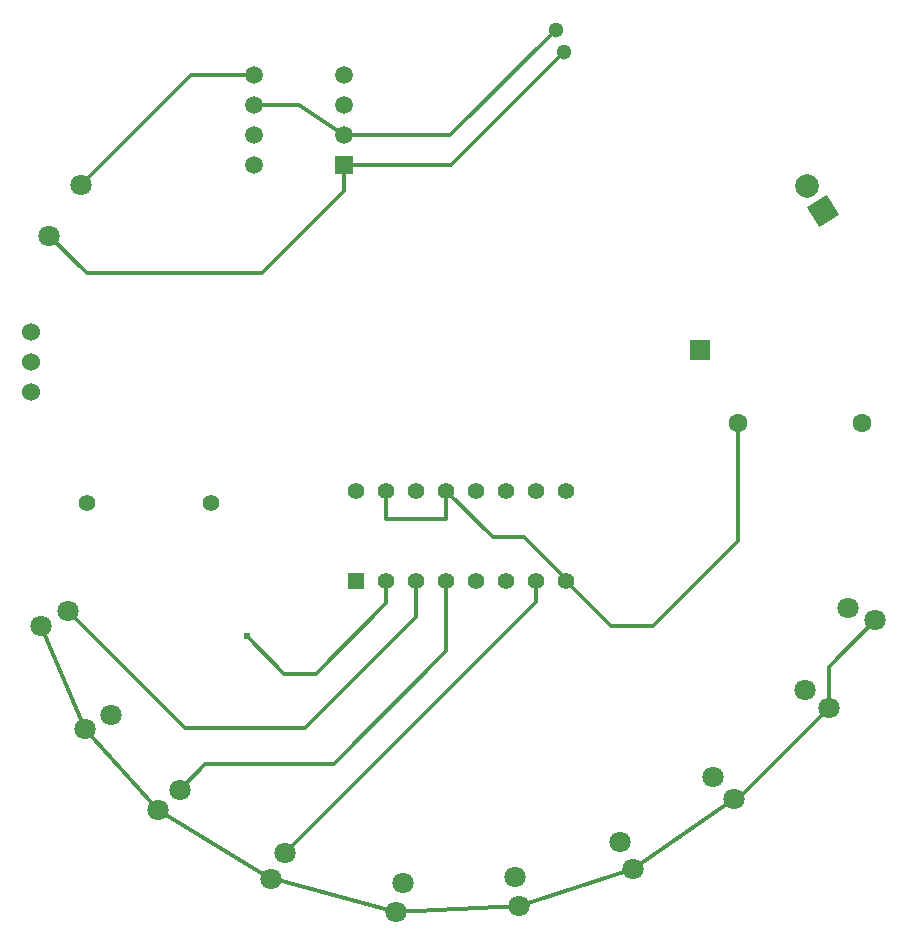
<source format=gbl>
G04 Layer: BottomLayer*
G04 EasyEDA v6.5.51, 2025-10-31 17:05:29*
G04 2c13a8696d224139b0bc35c9be8cf329,69688592e0df400aafdf5843d4e091a6,10*
G04 Gerber Generator version 0.2*
G04 Scale: 100 percent, Rotated: No, Reflected: No *
G04 Dimensions in millimeters *
G04 leading zeros omitted , absolute positions ,4 integer and 5 decimal *
%FSLAX45Y45*%
%MOMM*%

%AMMACRO1*21,1,$1,$2,0,0,$3*%
%ADD10C,0.3000*%
%ADD11C,1.3000*%
%ADD12C,1.8000*%
%ADD13MACRO1,2X2X122.0002*%
%ADD14C,2.0000*%
%ADD15R,1.7000X1.7000*%
%ADD16R,0.0115X1.7000*%
%ADD17C,1.4000*%
%ADD18C,1.6000*%
%ADD19C,1.5240*%
%ADD20R,1.3970X1.3970*%
%ADD21C,1.3970*%
%ADD22R,1.5000X1.5000*%
%ADD23C,1.5000*%
%ADD24C,0.6200*%

%LPD*%
D10*
X965200Y5308594D02*
G01*
X965194Y5308600D01*
X1391897Y6806704D02*
G01*
X2319492Y7734300D01*
X2857500Y7734300D01*
X4483100Y4216400D02*
G01*
X4876800Y3822700D01*
X5143500Y3822700D01*
X5499100Y3467100D01*
X5499100Y3454400D01*
X1122702Y6375895D02*
G01*
X1440698Y6057900D01*
X2921000Y6057900D01*
X3619500Y6756400D01*
X3619500Y6972300D01*
X4483100Y4216400D02*
G01*
X4483100Y3975100D01*
X4483100Y3975100D01*
X3975100Y3975100D01*
X3975100Y4216400D01*
X4483100Y3454400D02*
G01*
X4483100Y2857500D01*
X3530600Y1905000D01*
X2444668Y1905000D01*
X2226482Y1686813D01*
X3975100Y3454400D02*
G01*
X3975100Y3263900D01*
X3378200Y2667000D01*
X3111500Y2667000D01*
X2794000Y2984500D01*
X6919213Y1608917D02*
G01*
X6955675Y1608917D01*
X7721427Y2374668D01*
X7721427Y2374668D02*
G01*
X7721427Y2726654D01*
X8116100Y3121327D01*
X5097678Y699744D02*
G01*
X6062774Y1016152D01*
X6062774Y1016000D01*
X4056532Y652018D02*
G01*
X5097675Y699736D01*
X5097673Y698500D01*
X3001086Y929259D02*
G01*
X3001086Y939800D01*
X4056529Y652028D01*
X4056534Y652015D01*
X2040712Y1513586D02*
G01*
X2040717Y1513586D01*
X3001081Y929259D01*
X1423540Y2202942D02*
G01*
X1423543Y2202942D01*
X2040712Y1513586D01*
X1057402Y3075431D02*
G01*
X1057323Y3075330D01*
X1423543Y2202942D01*
X1423415Y2202942D01*
X3619500Y7226300D02*
G01*
X4519005Y7226300D01*
X5412463Y8119757D01*
X3619500Y6972300D02*
G01*
X4523394Y6972300D01*
X5484136Y7933042D01*
X6062776Y1016152D02*
G01*
X6062774Y1016152D01*
X6919219Y1608919D01*
X2857500Y7480300D02*
G01*
X3238500Y7480300D01*
X3619500Y7226300D01*
X6955294Y4787900D02*
G01*
X6955294Y3792994D01*
X6235700Y3073400D01*
X5880100Y3073400D01*
X5499100Y3454400D01*
X4229100Y3454400D02*
G01*
X4229100Y3149600D01*
X3289300Y2209800D01*
X2268146Y2209800D01*
X1279476Y3198469D01*
X5245100Y3454400D02*
G01*
X5245100Y3278309D01*
X3120323Y1153533D01*
D11*
G01*
X5412463Y8119757D03*
G01*
X5484136Y7933042D03*
D12*
G01*
X1122702Y6375895D03*
G01*
X1391897Y6806704D03*
D13*
G01*
X7674599Y6585197D03*
D14*
G01*
X7540000Y6800601D03*
D12*
G01*
X1057323Y3075330D03*
G01*
X1279476Y3198469D03*
G01*
X1423543Y2202942D03*
G01*
X1649856Y2318257D03*
G01*
X2040717Y1513586D03*
G01*
X2226482Y1686813D03*
G01*
X3001076Y929266D03*
G01*
X3120323Y1153533D03*
G01*
X4056529Y652028D03*
G01*
X4122270Y897371D03*
G01*
X5097675Y699736D03*
G01*
X5062324Y951263D03*
G01*
X6062774Y1016152D03*
G01*
X5951425Y1244447D03*
G01*
X6919213Y1608917D03*
G01*
X6745986Y1794682D03*
G01*
X7721427Y2374668D03*
G01*
X7518572Y2527531D03*
G01*
X8116100Y3121327D03*
G01*
X7885899Y3228672D03*
D15*
G01*
X6629400Y5410200D03*
D17*
G01*
X1443507Y4114800D03*
G01*
X2493492Y4114800D03*
D18*
G01*
X6955294Y4787900D03*
G01*
X8005305Y4787900D03*
D19*
G01*
X965194Y5308600D03*
G01*
X965194Y5054600D03*
G01*
X965194Y5562600D03*
D20*
G01*
X3721100Y3454400D03*
D21*
G01*
X3975100Y3454400D03*
G01*
X4229100Y3454400D03*
G01*
X4483100Y3454400D03*
G01*
X4737100Y3454400D03*
G01*
X4991100Y3454400D03*
G01*
X5245100Y3454400D03*
G01*
X5499100Y3454400D03*
G01*
X5499100Y4216400D03*
G01*
X5245100Y4216400D03*
G01*
X4991100Y4216400D03*
G01*
X4737100Y4216400D03*
G01*
X4483100Y4216400D03*
G01*
X4229100Y4216400D03*
G01*
X3975100Y4216400D03*
G01*
X3721100Y4216400D03*
D22*
G01*
X3619500Y6972300D03*
D23*
G01*
X3619500Y7226300D03*
G01*
X3619500Y7480300D03*
G01*
X3619500Y7734300D03*
G01*
X2857500Y6972300D03*
G01*
X2857500Y7226300D03*
G01*
X2857500Y7480300D03*
G01*
X2857500Y7734300D03*
D24*
G01*
X2794000Y2984500D03*
M02*

</source>
